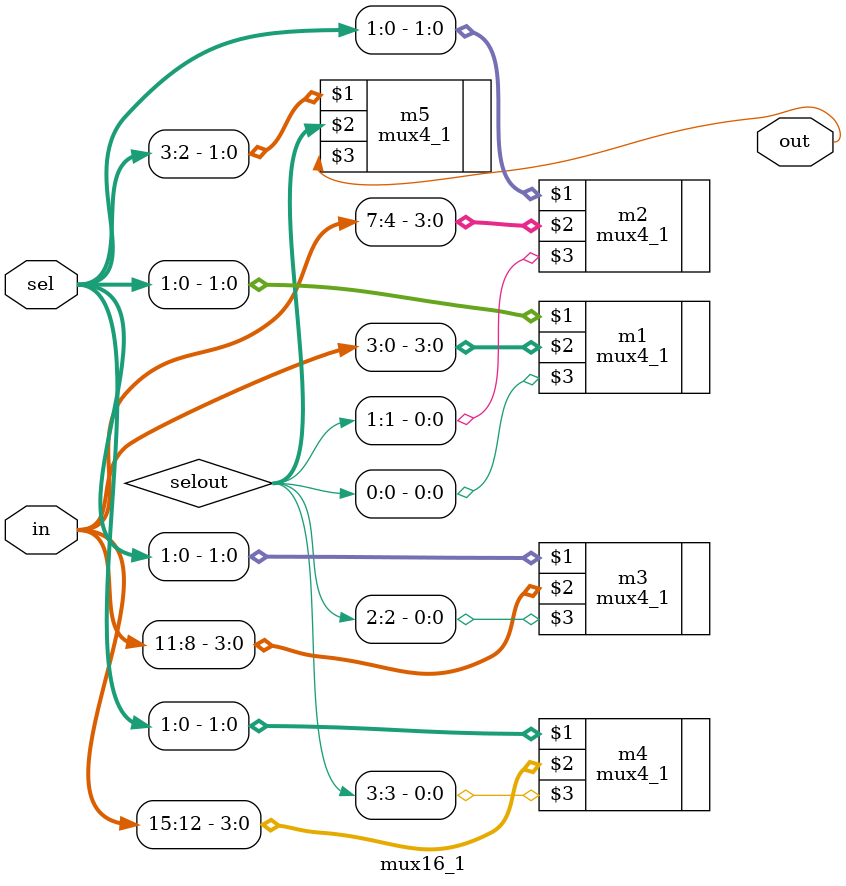
<source format=sv>
`timescale 1 ps / 100 fs

module mux16_1(sel,in,out);
	input logic [3:0]sel;
	input logic [15:0]in;
	output logic out;
	
	logic [3:0]selout; 
	mux4_1 m1(sel[1:0],in[3:0],selout[0]);
	mux4_1 m2(sel[1:0],in[7:4],selout[1]);
	mux4_1 m3(sel[1:0],in[11:8],selout[2]);
	mux4_1 m4(sel[1:0],in[15:12],selout[3]);
	mux4_1 m5(sel[3:2],selout,out);
	
endmodule
	
</source>
